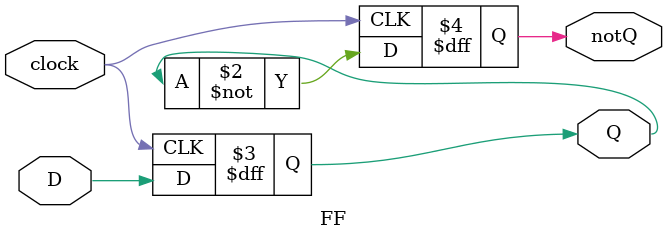
<source format=v>
module FF(input D, clock, output reg Q, notQ);
	always @(posedge clock)
	begin
			Q <= D;
			notQ <= ~Q;
	end
endmodule

</source>
